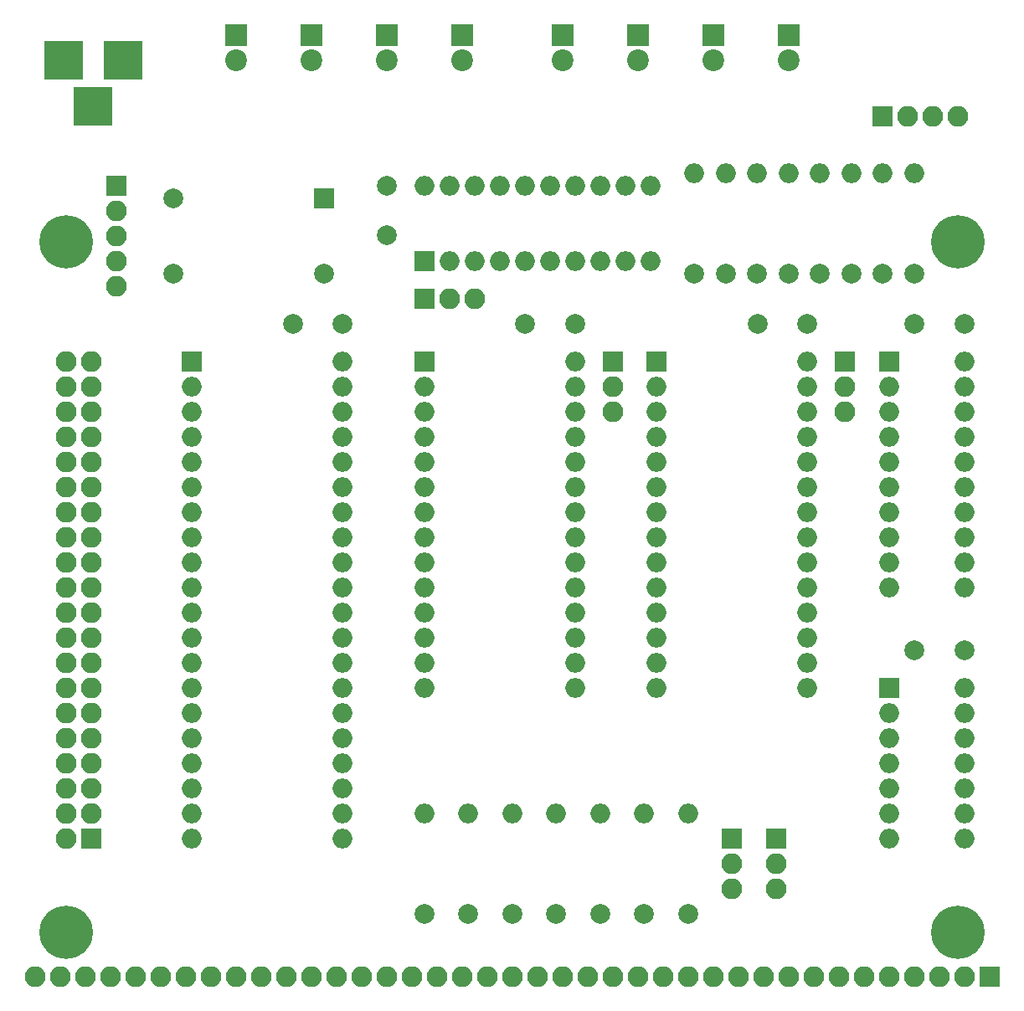
<source format=gbs>
G04 #@! TF.FileFunction,Soldermask,Bot*
%FSLAX46Y46*%
G04 Gerber Fmt 4.6, Leading zero omitted, Abs format (unit mm)*
G04 Created by KiCad (PCBNEW 4.0.7) date 08/07/18 23:13:57*
%MOMM*%
%LPD*%
G01*
G04 APERTURE LIST*
%ADD10C,0.100000*%
%ADD11C,2.000000*%
%ADD12C,5.400000*%
%ADD13R,2.100000X2.100000*%
%ADD14O,2.100000X2.100000*%
%ADD15O,2.000000X2.000000*%
%ADD16R,2.000000X2.000000*%
%ADD17R,3.900000X3.900000*%
%ADD18R,2.200000X2.200000*%
%ADD19C,2.200000*%
G04 APERTURE END LIST*
D10*
D11*
X195580000Y-113030000D03*
X190580000Y-113030000D03*
X132715000Y-80010000D03*
X127715000Y-80010000D03*
X137160000Y-66040000D03*
X137160000Y-71040000D03*
X195580000Y-80010000D03*
X190580000Y-80010000D03*
X156210000Y-80010000D03*
X151210000Y-80010000D03*
D12*
X104775000Y-141605000D03*
X104775000Y-71755000D03*
D13*
X172085000Y-132080000D03*
D14*
X172085000Y-134620000D03*
X172085000Y-137160000D03*
D13*
X183515000Y-83820000D03*
D14*
X183515000Y-86360000D03*
X183515000Y-88900000D03*
D11*
X140970000Y-139700000D03*
D15*
X140970000Y-129540000D03*
D11*
X145415000Y-139700000D03*
D15*
X145415000Y-129540000D03*
D11*
X149860000Y-139700000D03*
D15*
X149860000Y-129540000D03*
D11*
X154305000Y-139700000D03*
D15*
X154305000Y-129540000D03*
D11*
X158750000Y-139700000D03*
D15*
X158750000Y-129540000D03*
D11*
X163195000Y-139700000D03*
D15*
X163195000Y-129540000D03*
D11*
X167640000Y-139700000D03*
D15*
X167640000Y-129540000D03*
D16*
X130810000Y-67310000D03*
D11*
X130810000Y-74930000D03*
X115570000Y-74930000D03*
X115570000Y-67310000D03*
D12*
X194945000Y-141605000D03*
X194945000Y-71755000D03*
D13*
X198120000Y-146050000D03*
D14*
X195580000Y-146050000D03*
X193040000Y-146050000D03*
X190500000Y-146050000D03*
X187960000Y-146050000D03*
X185420000Y-146050000D03*
X182880000Y-146050000D03*
X180340000Y-146050000D03*
X177800000Y-146050000D03*
X175260000Y-146050000D03*
X172720000Y-146050000D03*
X170180000Y-146050000D03*
X167640000Y-146050000D03*
X165100000Y-146050000D03*
X162560000Y-146050000D03*
X160020000Y-146050000D03*
X157480000Y-146050000D03*
X154940000Y-146050000D03*
X152400000Y-146050000D03*
X149860000Y-146050000D03*
X147320000Y-146050000D03*
X144780000Y-146050000D03*
X142240000Y-146050000D03*
X139700000Y-146050000D03*
X137160000Y-146050000D03*
X134620000Y-146050000D03*
X132080000Y-146050000D03*
X129540000Y-146050000D03*
X127000000Y-146050000D03*
X124460000Y-146050000D03*
X121920000Y-146050000D03*
X119380000Y-146050000D03*
X116840000Y-146050000D03*
X114300000Y-146050000D03*
X111760000Y-146050000D03*
X109220000Y-146050000D03*
X106680000Y-146050000D03*
X104140000Y-146050000D03*
X101600000Y-146050000D03*
D17*
X110490000Y-53340000D03*
X104490000Y-53340000D03*
X107490000Y-58040000D03*
D13*
X176530000Y-132080000D03*
D14*
X176530000Y-134620000D03*
X176530000Y-137160000D03*
D16*
X187960000Y-116840000D03*
D15*
X195580000Y-132080000D03*
X187960000Y-119380000D03*
X195580000Y-129540000D03*
X187960000Y-121920000D03*
X195580000Y-127000000D03*
X187960000Y-124460000D03*
X195580000Y-124460000D03*
X187960000Y-127000000D03*
X195580000Y-121920000D03*
X187960000Y-129540000D03*
X195580000Y-119380000D03*
X187960000Y-132080000D03*
X195580000Y-116840000D03*
D16*
X117475000Y-83820000D03*
D15*
X132715000Y-132080000D03*
X117475000Y-86360000D03*
X132715000Y-129540000D03*
X117475000Y-88900000D03*
X132715000Y-127000000D03*
X117475000Y-91440000D03*
X132715000Y-124460000D03*
X117475000Y-93980000D03*
X132715000Y-121920000D03*
X117475000Y-96520000D03*
X132715000Y-119380000D03*
X117475000Y-99060000D03*
X132715000Y-116840000D03*
X117475000Y-101600000D03*
X132715000Y-114300000D03*
X117475000Y-104140000D03*
X132715000Y-111760000D03*
X117475000Y-106680000D03*
X132715000Y-109220000D03*
X117475000Y-109220000D03*
X132715000Y-106680000D03*
X117475000Y-111760000D03*
X132715000Y-104140000D03*
X117475000Y-114300000D03*
X132715000Y-101600000D03*
X117475000Y-116840000D03*
X132715000Y-99060000D03*
X117475000Y-119380000D03*
X132715000Y-96520000D03*
X117475000Y-121920000D03*
X132715000Y-93980000D03*
X117475000Y-124460000D03*
X132715000Y-91440000D03*
X117475000Y-127000000D03*
X132715000Y-88900000D03*
X117475000Y-129540000D03*
X132715000Y-86360000D03*
X117475000Y-132080000D03*
X132715000Y-83820000D03*
D16*
X187960000Y-83820000D03*
D15*
X195580000Y-106680000D03*
X187960000Y-86360000D03*
X195580000Y-104140000D03*
X187960000Y-88900000D03*
X195580000Y-101600000D03*
X187960000Y-91440000D03*
X195580000Y-99060000D03*
X187960000Y-93980000D03*
X195580000Y-96520000D03*
X187960000Y-96520000D03*
X195580000Y-93980000D03*
X187960000Y-99060000D03*
X195580000Y-91440000D03*
X187960000Y-101600000D03*
X195580000Y-88900000D03*
X187960000Y-104140000D03*
X195580000Y-86360000D03*
X187960000Y-106680000D03*
X195580000Y-83820000D03*
D13*
X107315000Y-132080000D03*
D14*
X104775000Y-132080000D03*
X107315000Y-129540000D03*
X104775000Y-129540000D03*
X107315000Y-127000000D03*
X104775000Y-127000000D03*
X107315000Y-124460000D03*
X104775000Y-124460000D03*
X107315000Y-121920000D03*
X104775000Y-121920000D03*
X107315000Y-119380000D03*
X104775000Y-119380000D03*
X107315000Y-116840000D03*
X104775000Y-116840000D03*
X107315000Y-114300000D03*
X104775000Y-114300000D03*
X107315000Y-111760000D03*
X104775000Y-111760000D03*
X107315000Y-109220000D03*
X104775000Y-109220000D03*
X107315000Y-106680000D03*
X104775000Y-106680000D03*
X107315000Y-104140000D03*
X104775000Y-104140000D03*
X107315000Y-101600000D03*
X104775000Y-101600000D03*
X107315000Y-99060000D03*
X104775000Y-99060000D03*
X107315000Y-96520000D03*
X104775000Y-96520000D03*
X107315000Y-93980000D03*
X104775000Y-93980000D03*
X107315000Y-91440000D03*
X104775000Y-91440000D03*
X107315000Y-88900000D03*
X104775000Y-88900000D03*
X107315000Y-86360000D03*
X104775000Y-86360000D03*
X107315000Y-83820000D03*
X104775000Y-83820000D03*
D13*
X160020000Y-83820000D03*
D14*
X160020000Y-86360000D03*
X160020000Y-88900000D03*
D18*
X121920000Y-50800000D03*
D19*
X121920000Y-53340000D03*
D18*
X129540000Y-50800000D03*
D19*
X129540000Y-53340000D03*
D18*
X137160000Y-50800000D03*
D19*
X137160000Y-53340000D03*
D18*
X144780000Y-50800000D03*
D19*
X144780000Y-53340000D03*
D18*
X154940000Y-50800000D03*
D19*
X154940000Y-53340000D03*
D18*
X162560000Y-50800000D03*
D19*
X162560000Y-53340000D03*
D18*
X170180000Y-50800000D03*
D19*
X170180000Y-53340000D03*
D18*
X177800000Y-50800000D03*
D19*
X177800000Y-53340000D03*
D13*
X140970000Y-77470000D03*
D14*
X143510000Y-77470000D03*
X146050000Y-77470000D03*
D11*
X168275000Y-74930000D03*
D15*
X168275000Y-64770000D03*
D11*
X171450000Y-74930000D03*
D15*
X171450000Y-64770000D03*
D11*
X174625000Y-74930000D03*
D15*
X174625000Y-64770000D03*
D11*
X177800000Y-74930000D03*
D15*
X177800000Y-64770000D03*
D11*
X180975000Y-74930000D03*
D15*
X180975000Y-64770000D03*
D11*
X184150000Y-74930000D03*
D15*
X184150000Y-64770000D03*
D11*
X187325000Y-74930000D03*
D15*
X187325000Y-64770000D03*
D11*
X190500000Y-74930000D03*
D15*
X190500000Y-64770000D03*
D16*
X140970000Y-73660000D03*
D15*
X163830000Y-66040000D03*
X143510000Y-73660000D03*
X161290000Y-66040000D03*
X146050000Y-73660000D03*
X158750000Y-66040000D03*
X148590000Y-73660000D03*
X156210000Y-66040000D03*
X151130000Y-73660000D03*
X153670000Y-66040000D03*
X153670000Y-73660000D03*
X151130000Y-66040000D03*
X156210000Y-73660000D03*
X148590000Y-66040000D03*
X158750000Y-73660000D03*
X146050000Y-66040000D03*
X161290000Y-73660000D03*
X143510000Y-66040000D03*
X163830000Y-73660000D03*
X140970000Y-66040000D03*
D11*
X179705000Y-80010000D03*
X174705000Y-80010000D03*
D13*
X109855000Y-66040000D03*
D14*
X109855000Y-68580000D03*
X109855000Y-71120000D03*
X109855000Y-73660000D03*
X109855000Y-76200000D03*
D16*
X140970000Y-83820000D03*
D15*
X156210000Y-116840000D03*
X140970000Y-86360000D03*
X156210000Y-114300000D03*
X140970000Y-88900000D03*
X156210000Y-111760000D03*
X140970000Y-91440000D03*
X156210000Y-109220000D03*
X140970000Y-93980000D03*
X156210000Y-106680000D03*
X140970000Y-96520000D03*
X156210000Y-104140000D03*
X140970000Y-99060000D03*
X156210000Y-101600000D03*
X140970000Y-101600000D03*
X156210000Y-99060000D03*
X140970000Y-104140000D03*
X156210000Y-96520000D03*
X140970000Y-106680000D03*
X156210000Y-93980000D03*
X140970000Y-109220000D03*
X156210000Y-91440000D03*
X140970000Y-111760000D03*
X156210000Y-88900000D03*
X140970000Y-114300000D03*
X156210000Y-86360000D03*
X140970000Y-116840000D03*
X156210000Y-83820000D03*
D16*
X164465000Y-83820000D03*
D15*
X179705000Y-116840000D03*
X164465000Y-86360000D03*
X179705000Y-114300000D03*
X164465000Y-88900000D03*
X179705000Y-111760000D03*
X164465000Y-91440000D03*
X179705000Y-109220000D03*
X164465000Y-93980000D03*
X179705000Y-106680000D03*
X164465000Y-96520000D03*
X179705000Y-104140000D03*
X164465000Y-99060000D03*
X179705000Y-101600000D03*
X164465000Y-101600000D03*
X179705000Y-99060000D03*
X164465000Y-104140000D03*
X179705000Y-96520000D03*
X164465000Y-106680000D03*
X179705000Y-93980000D03*
X164465000Y-109220000D03*
X179705000Y-91440000D03*
X164465000Y-111760000D03*
X179705000Y-88900000D03*
X164465000Y-114300000D03*
X179705000Y-86360000D03*
X164465000Y-116840000D03*
X179705000Y-83820000D03*
D13*
X187325000Y-59055000D03*
D14*
X189865000Y-59055000D03*
X192405000Y-59055000D03*
X194945000Y-59055000D03*
M02*

</source>
